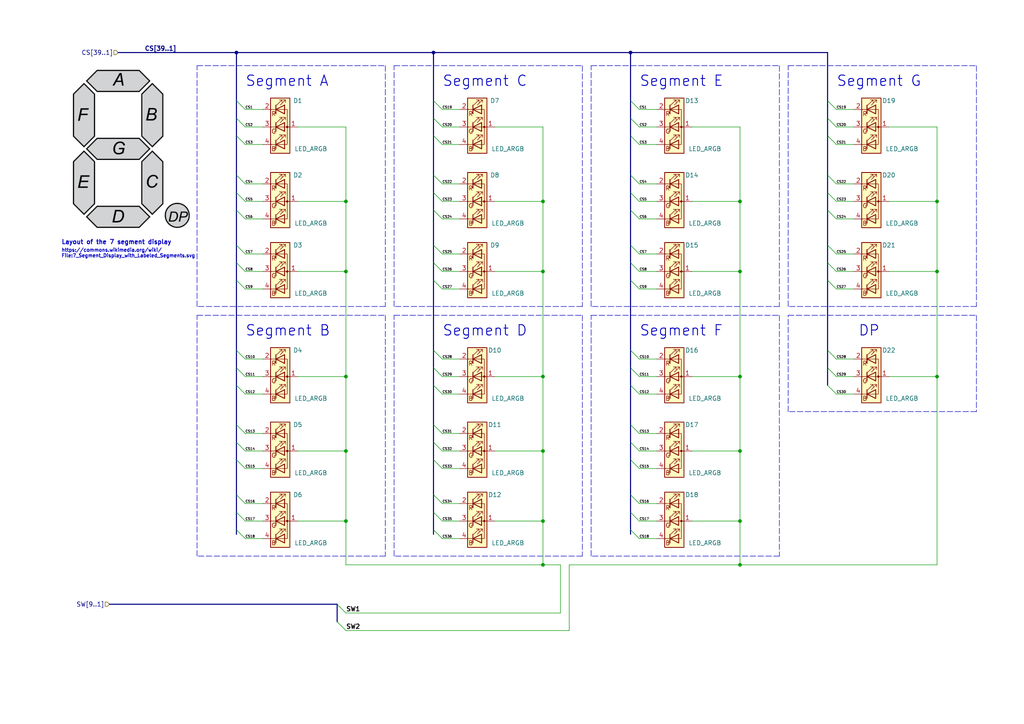
<source format=kicad_sch>
(kicad_sch (version 20211123) (generator eeschema)
  (paper "A4")
  (title_block (title "PMod RGB & Segment Display") (rev "v0.1") (company "James Horton") (comment 1 "interface, all LED's are designed to be indivdually addressable ") (comment 2 "This design is a 4 Digit Seven Segment Display made from RGB LED's, controlled using I2C") (comment 4 "Licensed Under CERN Open Hardware Licence Version 2 - Permissive"))
  (lib_symbols
    (symbol "Device:LED_ARGB" (pin_names (offset 0) hide)
      (property "Reference" "D" (at 0 9.398 0))
      (property "Value" "LED_ARGB" (at 0 -8.89 0))
      (symbol "LED_ARGB_0_0"
        (text "B" (at -1.905 -6.35 0) (effects (font (size 1.27 1.27))))
        (text "G" (at -1.905 -1.27 0) (effects (font (size 1.27 1.27))))
        (text "R" (at -1.905 3.81 0) (effects (font (size 1.27 1.27))))
      )
      (symbol "LED_ARGB_0_1"
        (polyline (pts (xy -1.27 -5.08) (xy -2.54 -5.08)))
        (polyline (pts (xy -1.27 -5.08) (xy 1.27 -5.08)))
        (polyline (pts (xy -1.27 -3.81) (xy -1.27 -6.35)) (stroke (width 0.254)))
        (polyline (pts (xy -1.27 0) (xy -2.54 0)))
        (polyline (pts (xy -1.27 1.27) (xy -1.27 -1.27)) (stroke (width 0.254)))
        (polyline (pts (xy -1.27 5.08) (xy -2.54 5.08)))
        (polyline (pts (xy -1.27 5.08) (xy 1.27 5.08)))
        (polyline (pts (xy -1.27 6.35) (xy -1.27 3.81)) (stroke (width 0.254)))
        (polyline (pts (xy 1.27 0) (xy -1.27 0)))
        (polyline (pts (xy 1.27 0) (xy 2.54 0)))
        (polyline (pts (xy -1.27 1.27) (xy -1.27 -1.27) (xy -1.27 -1.27)))
        (polyline (pts (xy -1.27 6.35) (xy -1.27 3.81) (xy -1.27 3.81)))
        (polyline (pts (xy 1.27 -5.08) (xy 2.032 -5.08) (xy 2.032 5.08) (xy 1.27 5.08)))
        (polyline (pts (xy 1.27 -3.81) (xy 1.27 -6.35) (xy -1.27 -5.08) (xy 1.27 -3.81)) (stroke (width 0.254)))
        (polyline (pts (xy 1.27 1.27) (xy 1.27 -1.27) (xy -1.27 0) (xy 1.27 1.27)) (stroke (width 0.254)))
        (polyline (pts (xy 1.27 6.35) (xy 1.27 3.81) (xy -1.27 5.08) (xy 1.27 6.35)) (stroke (width 0.254)))
        (polyline (pts (xy -1.016 -3.81) (xy 0.508 -2.286) (xy -0.254 -2.286) (xy 0.508 -2.286) (xy 0.508 -3.048)))
        (polyline (pts (xy -1.016 1.27) (xy 0.508 2.794) (xy -0.254 2.794) (xy 0.508 2.794) (xy 0.508 2.032)))
        (polyline (pts (xy -1.016 6.35) (xy 0.508 7.874) (xy -0.254 7.874) (xy 0.508 7.874) (xy 0.508 7.112)))
        (polyline (pts (xy 0 -3.81) (xy 1.524 -2.286) (xy 0.762 -2.286) (xy 1.524 -2.286) (xy 1.524 -3.048)))
        (polyline (pts (xy 0 1.27) (xy 1.524 2.794) (xy 0.762 2.794) (xy 1.524 2.794) (xy 1.524 2.032)))
        (polyline (pts (xy 0 6.35) (xy 1.524 7.874) (xy 0.762 7.874) (xy 1.524 7.874) (xy 1.524 7.112)))
        (rectangle (start 1.27 -1.27) (end 1.27 1.27))
        (rectangle (start 1.27 1.27) (end 1.27 1.27))
        (rectangle (start 1.27 3.81) (end 1.27 6.35))
        (rectangle (start 1.27 6.35) (end 1.27 6.35))
        (circle (center 2.032 0) (radius 0.254) (fill (type outline)))
        (rectangle (start 2.794 8.382) (end -2.794 -7.62) (stroke (width 0.254)) (fill (type background)))
      )
      (symbol "LED_ARGB_1_1"
        (pin passive line (at 5.08 0 180) (length 2.54) (name "A") (number "1"))
        (pin passive line (at -5.08 5.08 0) (length 2.54) (name "RK") (number "2"))
        (pin passive line (at -5.08 0 0) (length 2.54) (name "GK") (number "3"))
        (pin passive line (at -5.08 -5.08 0) (length 2.54) (name "BK") (number "4"))
      )
    )
  )
  (junction (at 214.63 78.74))
  (junction (at 271.78 109.22))
  (junction (at 157.48 163.83))
  (junction (at 157.48 151.13))
  (junction (at 271.78 78.74))
  (junction (at 214.63 151.13))
  (junction (at 214.63 163.83))
  (junction (at 100.33 130.81))
  (junction (at 214.63 130.81))
  (junction (at 214.63 58.42))
  (junction (at 157.48 109.22))
  (junction (at 100.33 109.22))
  (junction (at 100.33 151.13))
  (junction (at 157.48 130.81))
  (junction (at 157.48 78.74))
  (junction (at 182.88 15.24))
  (junction (at 125.73 15.24))
  (junction (at 157.48 58.42))
  (junction (at 271.78 58.42))
  (junction (at 68.58 15.24))
  (junction (at 214.63 109.22))
  (junction (at 100.33 58.42))
  (junction (at 100.33 78.74))
  (bus_entry (at 182.88 55.88) (size 2.54 2.54))
  (bus_entry (at 125.73 133.35) (size 2.54 2.54))
  (bus_entry (at 125.73 81.28) (size 2.54 2.54))
  (bus_entry (at 97.79 175.26) (size 2.54 2.54))
  (bus_entry (at 97.79 180.34) (size 2.54 2.54))
  (bus_entry (at 240.03 55.88) (size 2.54 2.54))
  (bus_entry (at 182.88 76.2) (size 2.54 2.54))
  (bus_entry (at 182.88 50.8) (size 2.54 2.54))
  (bus_entry (at 125.73 50.8) (size 2.54 2.54))
  (bus_entry (at 68.58 39.37) (size 2.54 2.54))
  (bus_entry (at 125.73 143.51) (size 2.54 2.54))
  (bus_entry (at 240.03 106.68) (size 2.54 2.54))
  (bus_entry (at 68.58 143.51) (size 2.54 2.54))
  (bus_entry (at 182.88 128.27) (size 2.54 2.54))
  (bus_entry (at 182.88 133.35) (size 2.54 2.54))
  (bus_entry (at 182.88 39.37) (size 2.54 2.54))
  (bus_entry (at 182.88 101.6) (size 2.54 2.54))
  (bus_entry (at 125.73 148.59) (size 2.54 2.54))
  (bus_entry (at 182.88 111.76) (size 2.54 2.54))
  (bus_entry (at 240.03 71.12) (size 2.54 2.54))
  (bus_entry (at 182.88 60.96) (size 2.54 2.54))
  (bus_entry (at 240.03 39.37) (size 2.54 2.54))
  (bus_entry (at 240.03 50.8) (size 2.54 2.54))
  (bus_entry (at 182.88 148.59) (size 2.54 2.54))
  (bus_entry (at 125.73 153.67) (size 2.54 2.54))
  (bus_entry (at 182.88 34.29) (size 2.54 2.54))
  (bus_entry (at 125.73 71.12) (size 2.54 2.54))
  (bus_entry (at 68.58 153.67) (size 2.54 2.54))
  (bus_entry (at 182.88 81.28) (size 2.54 2.54))
  (bus_entry (at 240.03 101.6) (size 2.54 2.54))
  (bus_entry (at 182.88 71.12) (size 2.54 2.54))
  (bus_entry (at 125.73 111.76) (size 2.54 2.54))
  (bus_entry (at 125.73 106.68) (size 2.54 2.54))
  (bus_entry (at 182.88 123.19) (size 2.54 2.54))
  (bus_entry (at 68.58 133.35) (size 2.54 2.54))
  (bus_entry (at 240.03 111.76) (size 2.54 2.54))
  (bus_entry (at 68.58 71.12) (size 2.54 2.54))
  (bus_entry (at 125.73 101.6) (size 2.54 2.54))
  (bus_entry (at 125.73 29.21) (size 2.54 2.54))
  (bus_entry (at 68.58 101.6) (size 2.54 2.54))
  (bus_entry (at 240.03 81.28) (size 2.54 2.54))
  (bus_entry (at 125.73 76.2) (size 2.54 2.54))
  (bus_entry (at 125.73 34.29) (size 2.54 2.54))
  (bus_entry (at 182.88 29.21) (size 2.54 2.54))
  (bus_entry (at 68.58 60.96) (size 2.54 2.54))
  (bus_entry (at 68.58 55.88) (size 2.54 2.54))
  (bus_entry (at 240.03 29.21) (size 2.54 2.54))
  (bus_entry (at 240.03 60.96) (size 2.54 2.54))
  (bus_entry (at 125.73 60.96) (size 2.54 2.54))
  (bus_entry (at 68.58 29.21) (size 2.54 2.54))
  (bus_entry (at 68.58 128.27) (size 2.54 2.54))
  (bus_entry (at 68.58 34.29) (size 2.54 2.54))
  (bus_entry (at 68.58 106.68) (size 2.54 2.54))
  (bus_entry (at 240.03 76.2) (size 2.54 2.54))
  (bus_entry (at 68.58 148.59) (size 2.54 2.54))
  (bus_entry (at 68.58 76.2) (size 2.54 2.54))
  (bus_entry (at 240.03 34.29) (size 2.54 2.54))
  (bus_entry (at 125.73 55.88) (size 2.54 2.54))
  (bus_entry (at 68.58 50.8) (size 2.54 2.54))
  (bus_entry (at 125.73 39.37) (size 2.54 2.54))
  (bus_entry (at 125.73 123.19) (size 2.54 2.54))
  (bus_entry (at 182.88 143.51) (size 2.54 2.54))
  (bus_entry (at 125.73 128.27) (size 2.54 2.54))
  (bus_entry (at 68.58 111.76) (size 2.54 2.54))
  (bus_entry (at 68.58 123.19) (size 2.54 2.54))
  (bus_entry (at 182.88 106.68) (size 2.54 2.54))
  (bus_entry (at 68.58 81.28) (size 2.54 2.54))
  (bus_entry (at 182.88 153.67) (size 2.54 2.54))
  (wire (pts (xy 200.66 109.22) (xy 214.63 109.22)))
  (wire (pts (xy 86.36 109.22) (xy 100.33 109.22)))
  (wire (pts (xy 242.57 36.83) (xy 247.65 36.83)))
  (bus (pts (xy 125.73 143.51) (xy 125.73 148.59)))
  (wire (pts (xy 71.12 73.66) (xy 76.2 73.66)))
  (wire (pts (xy 71.12 36.83) (xy 76.2 36.83)))
  (bus (pts (xy 68.58 123.19) (xy 68.58 128.27)))
  (polyline (pts (xy 171.45 88.9) (xy 171.45 19.05)))
  (wire (pts (xy 242.57 104.14) (xy 247.65 104.14)))
  (wire (pts (xy 185.42 104.14) (xy 190.5 104.14)))
  (wire (pts (xy 214.63 130.81) (xy 200.66 130.81)))
  (wire (pts (xy 128.27 156.21) (xy 133.35 156.21)))
  (bus (pts (xy 125.73 15.24) (xy 182.88 15.24)))
  (bus (pts (xy 240.03 50.8) (xy 240.03 55.88)))
  (wire (pts (xy 242.57 73.66) (xy 247.65 73.66)))
  (wire (pts (xy 128.27 78.74) (xy 133.35 78.74)))
  (wire (pts (xy 100.33 78.74) (xy 100.33 109.22)))
  (wire (pts (xy 157.48 130.81) (xy 157.48 151.13)))
  (wire (pts (xy 185.42 156.21) (xy 190.5 156.21)))
  (bus (pts (xy 125.73 55.88) (xy 125.73 60.96)))
  (wire (pts (xy 157.48 151.13) (xy 157.48 163.83)))
  (wire (pts (xy 242.57 41.91) (xy 247.65 41.91)))
  (wire (pts (xy 200.66 36.83) (xy 214.63 36.83)))
  (polyline (pts (xy 111.76 19.05) (xy 111.76 88.9)))
  (wire (pts (xy 257.81 78.74) (xy 271.78 78.74)))
  (polyline (pts (xy 283.21 119.38) (xy 228.6 119.38)))
  (bus (pts (xy 182.88 60.96) (xy 182.88 71.12)))
  (bus (pts (xy 125.73 71.12) (xy 125.73 76.2)))
  (bus (pts (xy 182.88 133.35) (xy 182.88 143.51)))
  (bus (pts (xy 68.58 15.24) (xy 125.73 15.24)))
  (wire (pts (xy 128.27 114.3) (xy 133.35 114.3)))
  (wire (pts (xy 71.12 78.74) (xy 76.2 78.74)))
  (wire (pts (xy 71.12 31.75) (xy 76.2 31.75)))
  (bus (pts (xy 182.88 148.59) (xy 182.88 153.67)))
  (bus (pts (xy 182.88 29.21) (xy 182.88 34.29)))
  (wire (pts (xy 143.51 36.83) (xy 157.48 36.83)))
  (bus (pts (xy 68.58 76.2) (xy 68.58 81.28)))
  (wire (pts (xy 128.27 31.75) (xy 133.35 31.75)))
  (wire (pts (xy 71.12 156.21) (xy 76.2 156.21)))
  (wire (pts (xy 185.42 146.05) (xy 190.5 146.05)))
  (bus (pts (xy 68.58 153.67) (xy 68.58 154.94)))
  (wire (pts (xy 185.42 53.34) (xy 190.5 53.34)))
  (polyline (pts (xy 171.45 161.29) (xy 171.45 91.44)))
  (wire (pts (xy 143.51 109.22) (xy 157.48 109.22)))
  (bus (pts (xy 68.58 111.76) (xy 68.58 123.19)))
  (wire (pts (xy 214.63 58.42) (xy 200.66 58.42)))
  (wire (pts (xy 242.57 58.42) (xy 247.65 58.42)))
  (wire (pts (xy 100.33 109.22) (xy 100.33 130.81)))
  (wire (pts (xy 185.42 73.66) (xy 190.5 73.66)))
  (bus (pts (xy 182.88 143.51) (xy 182.88 148.59)))
  (bus (pts (xy 182.88 106.68) (xy 182.88 111.76)))
  (wire (pts (xy 128.27 104.14) (xy 133.35 104.14)))
  (bus (pts (xy 182.88 50.8) (xy 182.88 55.88)))
  (wire (pts (xy 214.63 58.42) (xy 214.63 78.74)))
  (wire (pts (xy 128.27 151.13) (xy 133.35 151.13)))
  (wire (pts (xy 271.78 58.42) (xy 257.81 58.42)))
  (wire (pts (xy 242.57 31.75) (xy 247.65 31.75)))
  (bus (pts (xy 240.03 55.88) (xy 240.03 60.96)))
  (wire (pts (xy 185.42 58.42) (xy 190.5 58.42)))
  (wire (pts (xy 185.42 36.83) (xy 190.5 36.83)))
  (bus (pts (xy 68.58 29.21) (xy 68.58 34.29)))
  (wire (pts (xy 185.42 114.3) (xy 190.5 114.3)))
  (bus (pts (xy 68.58 39.37) (xy 68.58 50.8)))
  (bus (pts (xy 240.03 101.6) (xy 240.03 106.68)))
  (wire (pts (xy 271.78 109.22) (xy 271.78 163.83)))
  (wire (pts (xy 128.27 41.91) (xy 133.35 41.91)))
  (wire (pts (xy 128.27 125.73) (xy 133.35 125.73)))
  (wire (pts (xy 257.81 109.22) (xy 271.78 109.22)))
  (wire (pts (xy 185.42 41.91) (xy 190.5 41.91)))
  (polyline (pts (xy 114.3 88.9) (xy 114.3 19.05)))
  (wire (pts (xy 71.12 130.81) (xy 76.2 130.81)))
  (bus (pts (xy 68.58 81.28) (xy 68.58 101.6)))
  (wire (pts (xy 100.33 163.83) (xy 157.48 163.83)))
  (polyline (pts (xy 171.45 19.05) (xy 226.06 19.05)))
  (wire (pts (xy 71.12 114.3) (xy 76.2 114.3)))
  (polyline (pts (xy 226.06 91.44) (xy 226.06 161.29)))
  (wire (pts (xy 185.42 109.22) (xy 190.5 109.22)))
  (bus (pts (xy 125.73 148.59) (xy 125.73 153.67)))
  (bus (pts (xy 125.73 34.29) (xy 125.73 39.37)))
  (bus (pts (xy 182.88 15.24) (xy 240.03 15.24)))
  (polyline (pts (xy 57.15 91.44) (xy 111.76 91.44)))
  (polyline (pts (xy 228.6 19.05) (xy 283.21 19.05)))
  (polyline (pts (xy 228.6 119.38) (xy 228.6 91.44)))
  (bus (pts (xy 68.58 133.35) (xy 68.58 143.51)))
  (polyline (pts (xy 111.76 91.44) (xy 111.76 161.29)))
  (wire (pts (xy 157.48 58.42) (xy 143.51 58.42)))
  (bus (pts (xy 125.73 81.28) (xy 125.73 101.6)))
  (wire (pts (xy 157.48 130.81) (xy 143.51 130.81)))
  (bus (pts (xy 125.73 111.76) (xy 125.73 123.19)))
  (wire (pts (xy 71.12 58.42) (xy 76.2 58.42)))
  (polyline (pts (xy 228.6 91.44) (xy 283.21 91.44)))
  (bus (pts (xy 182.88 153.67) (xy 182.88 154.94)))
  (wire (pts (xy 143.51 78.74) (xy 157.48 78.74)))
  (wire (pts (xy 214.63 78.74) (xy 214.63 109.22)))
  (bus (pts (xy 31.75 175.26) (xy 97.79 175.26)))
  (wire (pts (xy 185.42 135.89) (xy 190.5 135.89)))
  (polyline (pts (xy 57.15 19.05) (xy 111.76 19.05)))
  (wire (pts (xy 86.36 151.13) (xy 100.33 151.13)))
  (wire (pts (xy 242.57 63.5) (xy 247.65 63.5)))
  (bus (pts (xy 240.03 15.24) (xy 240.03 29.21)))
  (bus (pts (xy 125.73 15.24) (xy 125.73 29.21)))
  (polyline (pts (xy 283.21 19.05) (xy 283.21 88.9)))
  (wire (pts (xy 71.12 146.05) (xy 76.2 146.05)))
  (bus (pts (xy 97.79 175.26) (xy 97.79 180.34)))
  (wire (pts (xy 271.78 36.83) (xy 271.78 58.42)))
  (wire (pts (xy 200.66 151.13) (xy 214.63 151.13)))
  (polyline (pts (xy 57.15 88.9) (xy 57.15 19.05)))
  (polyline (pts (xy 228.6 88.9) (xy 228.6 19.05)))
  (wire (pts (xy 242.57 53.34) (xy 247.65 53.34)))
  (bus (pts (xy 125.73 29.21) (xy 125.73 34.29)))
  (wire (pts (xy 200.66 78.74) (xy 214.63 78.74)))
  (bus (pts (xy 125.73 133.35) (xy 125.73 143.51)))
  (bus (pts (xy 182.88 76.2) (xy 182.88 81.28)))
  (wire (pts (xy 157.48 78.74) (xy 157.48 109.22)))
  (wire (pts (xy 143.51 151.13) (xy 157.48 151.13)))
  (bus (pts (xy 125.73 101.6) (xy 125.73 106.68)))
  (bus (pts (xy 125.73 153.67) (xy 125.73 154.94)))
  (wire (pts (xy 185.42 63.5) (xy 190.5 63.5)))
  (bus (pts (xy 68.58 148.59) (xy 68.58 153.67)))
  (bus (pts (xy 182.88 81.28) (xy 182.88 101.6)))
  (bus (pts (xy 125.73 50.8) (xy 125.73 55.88)))
  (bus (pts (xy 68.58 101.6) (xy 68.58 106.68)))
  (bus (pts (xy 125.73 123.19) (xy 125.73 128.27)))
  (bus (pts (xy 68.58 106.68) (xy 68.58 111.76)))
  (wire (pts (xy 157.48 36.83) (xy 157.48 58.42)))
  (bus (pts (xy 68.58 71.12) (xy 68.58 76.2)))
  (wire (pts (xy 128.27 73.66) (xy 133.35 73.66)))
  (wire (pts (xy 214.63 36.83) (xy 214.63 58.42)))
  (bus (pts (xy 182.88 39.37) (xy 182.88 50.8)))
  (bus (pts (xy 182.88 123.19) (xy 182.88 128.27)))
  (polyline (pts (xy 283.21 91.44) (xy 283.21 119.38)))
  (wire (pts (xy 157.48 109.22) (xy 157.48 130.81)))
  (polyline (pts (xy 168.91 91.44) (xy 168.91 161.29)))
  (bus (pts (xy 182.88 15.24) (xy 182.88 29.21)))
  (wire (pts (xy 100.33 177.8) (xy 162.56 177.8)))
  (wire (pts (xy 271.78 78.74) (xy 271.78 109.22)))
  (wire (pts (xy 157.48 163.83) (xy 162.56 163.83)))
  (polyline (pts (xy 226.06 88.9) (xy 171.45 88.9)))
  (polyline (pts (xy 114.3 19.05) (xy 168.91 19.05)))
  (wire (pts (xy 71.12 63.5) (xy 76.2 63.5)))
  (wire (pts (xy 71.12 135.89) (xy 76.2 135.89)))
  (wire (pts (xy 100.33 130.81) (xy 86.36 130.81)))
  (polyline (pts (xy 114.3 161.29) (xy 114.3 91.44)))
  (bus (pts (xy 125.73 76.2) (xy 125.73 81.28)))
  (wire (pts (xy 128.27 58.42) (xy 133.35 58.42)))
  (polyline (pts (xy 111.76 161.29) (xy 57.15 161.29)))
  (wire (pts (xy 214.63 151.13) (xy 214.63 163.83)))
  (wire (pts (xy 162.56 163.83) (xy 162.56 177.8)))
  (wire (pts (xy 257.81 36.83) (xy 271.78 36.83)))
  (wire (pts (xy 185.42 31.75) (xy 190.5 31.75)))
  (bus (pts (xy 68.58 143.51) (xy 68.58 148.59)))
  (bus (pts (xy 240.03 29.21) (xy 240.03 34.29)))
  (wire (pts (xy 214.63 130.81) (xy 214.63 151.13)))
  (wire (pts (xy 86.36 36.83) (xy 100.33 36.83)))
  (wire (pts (xy 185.42 125.73) (xy 190.5 125.73)))
  (wire (pts (xy 100.33 36.83) (xy 100.33 58.42)))
  (bus (pts (xy 125.73 60.96) (xy 125.73 71.12)))
  (bus (pts (xy 240.03 39.37) (xy 240.03 50.8)))
  (bus (pts (xy 240.03 76.2) (xy 240.03 81.28)))
  (wire (pts (xy 128.27 135.89) (xy 133.35 135.89)))
  (wire (pts (xy 86.36 78.74) (xy 100.33 78.74)))
  (wire (pts (xy 214.63 109.22) (xy 214.63 130.81)))
  (wire (pts (xy 185.42 83.82) (xy 190.5 83.82)))
  (polyline (pts (xy 168.91 19.05) (xy 168.91 88.9)))
  (wire (pts (xy 128.27 36.83) (xy 133.35 36.83)))
  (bus (pts (xy 182.88 71.12) (xy 182.88 76.2)))
  (bus (pts (xy 182.88 111.76) (xy 182.88 123.19)))
  (wire (pts (xy 71.12 151.13) (xy 76.2 151.13)))
  (bus (pts (xy 182.88 128.27) (xy 182.88 133.35)))
  (bus (pts (xy 68.58 15.24) (xy 68.58 29.21)))
  (bus (pts (xy 68.58 55.88) (xy 68.58 60.96)))
  (wire (pts (xy 271.78 58.42) (xy 271.78 78.74)))
  (bus (pts (xy 182.88 101.6) (xy 182.88 106.68)))
  (wire (pts (xy 242.57 114.3) (xy 247.65 114.3)))
  (wire (pts (xy 185.42 151.13) (xy 190.5 151.13)))
  (wire (pts (xy 71.12 125.73) (xy 76.2 125.73)))
  (wire (pts (xy 100.33 163.83) (xy 100.33 151.13)))
  (wire (pts (xy 165.1 182.88) (xy 165.1 163.83)))
  (wire (pts (xy 71.12 83.82) (xy 76.2 83.82)))
  (wire (pts (xy 165.1 163.83) (xy 214.63 163.83)))
  (wire (pts (xy 100.33 130.81) (xy 100.33 151.13)))
  (wire (pts (xy 242.57 78.74) (xy 247.65 78.74)))
  (bus (pts (xy 34.29 15.24) (xy 68.58 15.24)))
  (polyline (pts (xy 283.21 88.9) (xy 228.6 88.9)))
  (bus (pts (xy 182.88 55.88) (xy 182.88 60.96)))
  (wire (pts (xy 128.27 130.81) (xy 133.35 130.81)))
  (bus (pts (xy 240.03 34.29) (xy 240.03 39.37)))
  (polyline (pts (xy 114.3 91.44) (xy 168.91 91.44)))
  (bus (pts (xy 125.73 128.27) (xy 125.73 133.35)))
  (wire (pts (xy 128.27 53.34) (xy 133.35 53.34)))
  (wire (pts (xy 128.27 63.5) (xy 133.35 63.5)))
  (bus (pts (xy 240.03 60.96) (xy 240.03 71.12)))
  (polyline (pts (xy 168.91 88.9) (xy 114.3 88.9)))
  (bus (pts (xy 240.03 81.28) (xy 240.03 101.6)))
  (polyline (pts (xy 111.76 88.9) (xy 57.15 88.9)))
  (wire (pts (xy 214.63 163.83) (xy 271.78 163.83)))
  (polyline (pts (xy 226.06 161.29) (xy 171.45 161.29)))
  (bus (pts (xy 125.73 106.68) (xy 125.73 111.76)))
  (wire (pts (xy 242.57 109.22) (xy 247.65 109.22)))
  (wire (pts (xy 71.12 41.91) (xy 76.2 41.91)))
  (polyline (pts (xy 171.45 91.44) (xy 226.06 91.44)))
  (polyline (pts (xy 168.91 161.29) (xy 114.3 161.29)))
  (polyline (pts (xy 57.15 161.29) (xy 57.15 91.44)))
  (bus (pts (xy 125.73 39.37) (xy 125.73 50.8)))
  (wire (pts (xy 128.27 146.05) (xy 133.35 146.05)))
  (bus (pts (xy 68.58 50.8) (xy 68.58 55.88)))
  (bus (pts (xy 240.03 106.68) (xy 240.03 111.76)))
  (wire (pts (xy 185.42 130.81) (xy 190.5 130.81)))
  (polyline (pts (xy 226.06 19.05) (xy 226.06 88.9)))
  (wire (pts (xy 128.27 109.22) (xy 133.35 109.22)))
  (wire (pts (xy 157.48 58.42) (xy 157.48 78.74)))
  (bus (pts (xy 68.58 34.29) (xy 68.58 39.37)))
  (wire (pts (xy 242.57 83.82) (xy 247.65 83.82)))
  (wire (pts (xy 185.42 78.74) (xy 190.5 78.74)))
  (wire (pts (xy 100.33 58.42) (xy 100.33 78.74)))
  (wire (pts (xy 71.12 53.34) (xy 76.2 53.34)))
  (bus (pts (xy 68.58 128.27) (xy 68.58 133.35)))
  (bus (pts (xy 240.03 71.12) (xy 240.03 76.2)))
  (wire (pts (xy 71.12 104.14) (xy 76.2 104.14)))
  (wire (pts (xy 128.27 83.82) (xy 133.35 83.82)))
  (wire (pts (xy 71.12 109.22) (xy 76.2 109.22)))
  (wire (pts (xy 100.33 58.42) (xy 86.36 58.42)))
  (bus (pts (xy 182.88 34.29) (xy 182.88 39.37)))
  (wire (pts (xy 100.33 182.88) (xy 165.1 182.88)))
  (bus (pts (xy 68.58 60.96) (xy 68.58 71.12)))
  (image (at 38.1 43.18))
  (text "https://commons.wikimedia.org/wiki/\nFile:7_Segment_Display_with_Labeled_Segments.svg" (at 17.78 74.93 0) (effects (font (size 1 1) bold) (justify left bottom)))
  (text "Segment F" (at 185.42 97.79 0) (effects (font (size 3 3) (thickness 0.254) bold) (justify left bottom)))
  (text "Segment D" (at 128.27 97.79 0) (effects (font (size 3 3) (thickness 0.254) bold) (justify left bottom)))
  (text "Segment G" (at 242.57 25.4 0) (effects (font (size 3 3) (thickness 0.254) bold) (justify left bottom)))
  (text "Segment E" (at 185.42 25.4 0) (effects (font (size 3 3) (thickness 0.254) bold) (justify left bottom)))
  (text "Segment A" (at 71.12 25.4 0) (effects (font (size 3 3) (thickness 0.254) bold) (justify left bottom)))
  (text "DP\n" (at 248.92 97.79 0) (effects (font (size 3 3) (thickness 0.254) bold) (justify left bottom)))
  (text "Layout of the 7 segment display" (at 17.78 71.12 0) (effects (font (size 1.27 1.27) bold) (justify left bottom)))
  (text "Segment C" (at 128.27 25.4 0) (effects (font (size 3 3) (thickness 0.254) bold) (justify left bottom)))
  (text "Segment B" (at 71.12 97.79 0) (effects (font (size 3 3) (thickness 0.254) bold) (justify left bottom)))
  (label "SW2" (at 100.33 182.88 0) (effects (font bold)))
  (label "CS9" (at 71.12 83.82 0) (effects (font (size 0.7 0.7) bold)))
  (label "CS[39..1]" (at 41.91 15.24 0) (effects (font bold)))
  (label "CS17" (at 71.12 151.13 0) (effects (font (size 0.7 0.7) bold)))
  (label "CS14" (at 71.12 130.81 0) (effects (font (size 0.7 0.7) bold)))
  (label "CS1" (at 185.42 31.75 0) (effects (font (size 0.7 0.7) bold)))
  (label "CS26" (at 128.27 78.74 0) (effects (font (size 0.7 0.7) bold)))
  (label "CS8" (at 71.12 78.74 0) (effects (font (size 0.7 0.7) bold)))
  (label "CS9" (at 185.42 83.82 0) (effects (font (size 0.7 0.7) bold)))
  (label "CS12" (at 185.42 114.3 0) (effects (font (size 0.7 0.7) bold)))
  (label "CS26" (at 242.57 78.74 0) (effects (font (size 0.7 0.7) bold)))
  (label "CS27" (at 242.57 83.82 0) (effects (font (size 0.7 0.7) bold)))
  (label "CS4" (at 71.12 53.34 0) (effects (font (size 0.7 0.7) bold)))
  (label "CS13" (at 71.12 125.73 0) (effects (font (size 0.7 0.7) bold)))
  (label "CS14" (at 185.42 130.81 0) (effects (font (size 0.7 0.7) bold)))
  (label "CS4" (at 185.42 53.34 0) (effects (font (size 0.7 0.7) bold)))
  (label "CS21" (at 242.57 41.91 0) (effects (font (size 0.7 0.7) bold)))
  (label "CS27" (at 128.27 83.82 0) (effects (font (size 0.7 0.7) bold)))
  (label "CS23" (at 128.27 58.42 0) (effects (font (size 0.7 0.7) bold)))
  (label "CS29" (at 128.27 109.22 0) (effects (font (size 0.7 0.7) bold)))
  (label "CS24" (at 128.27 63.5 0) (effects (font (size 0.7 0.7) bold)))
  (label "CS34" (at 128.27 146.05 0) (effects (font (size 0.7 0.7) bold)))
  (label "CS32" (at 128.27 130.81 0) (effects (font (size 0.7 0.7) bold)))
  (label "CS23" (at 242.57 58.42 0) (effects (font (size 0.7 0.7) bold)))
  (label "CS3" (at 71.12 41.91 0) (effects (font (size 0.7 0.7) bold)))
  (label "CS36" (at 128.27 156.21 0) (effects (font (size 0.7 0.7) bold)))
  (label "CS28" (at 242.57 104.14 0) (effects (font (size 0.7 0.7) bold)))
  (label "CS28" (at 128.27 104.14 0) (effects (font (size 0.7 0.7) bold)))
  (label "CS18" (at 71.12 156.21 0) (effects (font (size 0.7 0.7) bold)))
  (label "CS11" (at 185.42 109.22 0) (effects (font (size 0.7 0.7) bold)))
  (label "CS16" (at 71.12 146.05 0) (effects (font (size 0.7 0.7) bold)))
  (label "CS7" (at 71.12 73.66 0) (effects (font (size 0.7 0.7) bold)))
  (label "CS7" (at 185.42 73.66 0) (effects (font (size 0.7 0.7) bold)))
  (label "CS22" (at 242.57 53.34 0) (effects (font (size 0.7 0.7) bold)))
  (label "CS1" (at 71.12 31.75 0) (effects (font (size 0.7 0.7) bold)))
  (label "CS19" (at 128.27 31.75 0) (effects (font (size 0.7 0.7) bold)))
  (label "CS15" (at 71.12 135.89 0) (effects (font (size 0.7 0.7) bold)))
  (label "CS21" (at 128.27 41.91 0) (effects (font (size 0.7 0.7) bold)))
  (label "CS12" (at 71.12 114.3 0) (effects (font (size 0.7 0.7) bold)))
  (label "CS2" (at 185.42 36.83 0) (effects (font (size 0.7 0.7) bold)))
  (label "CS30" (at 242.57 114.3 0) (effects (font (size 0.7 0.7) bold)))
  (label "CS30" (at 128.27 114.3 0) (effects (font (size 0.7 0.7) bold)))
  (label "CS35" (at 128.27 151.13 0) (effects (font (size 0.7 0.7) bold)))
  (label "CS20" (at 128.27 36.83 0) (effects (font (size 0.7 0.7) bold)))
  (label "CS11" (at 71.12 109.22 0) (effects (font (size 0.7 0.7) bold)))
  (label "CS2" (at 71.12 36.83 0) (effects (font (size 0.7 0.7) bold)))
  (label "CS8" (at 185.42 78.74 0) (effects (font (size 0.7 0.7) bold)))
  (label "CS5" (at 71.12 58.42 0) (effects (font (size 0.7 0.7) bold)))
  (label "SW1" (at 100.33 177.8 0) (effects (font bold)))
  (label "CS10" (at 185.42 104.14 0) (effects (font (size 0.7 0.7) bold)))
  (label "CS3" (at 185.42 41.91 0) (effects (font (size 0.7 0.7) bold)))
  (label "CS17" (at 185.42 151.13 0) (effects (font (size 0.7 0.7) bold)))
  (label "CS31" (at 128.27 125.73 0) (effects (font (size 0.7 0.7) bold)))
  (label "CS29" (at 242.57 109.22 0) (effects (font (size 0.7 0.7) bold)))
  (label "CS5" (at 185.42 58.42 0) (effects (font (size 0.7 0.7) bold)))
  (label "CS25" (at 242.57 73.66 0) (effects (font (size 0.7 0.7) bold)))
  (label "CS33" (at 128.27 135.89 0) (effects (font (size 0.7 0.7) bold)))
  (label "CS22" (at 128.27 53.34 0) (effects (font (size 0.7 0.7) bold)))
  (label "CS16" (at 185.42 146.05 0) (effects (font (size 0.7 0.7) bold)))
  (label "CS15" (at 185.42 135.89 0) (effects (font (size 0.7 0.7) bold)))
  (label "CS18" (at 185.42 156.21 0) (effects (font (size 0.7 0.7) bold)))
  (label "CS20" (at 242.57 36.83 0) (effects (font (size 0.7 0.7) bold)))
  (label "CS13" (at 185.42 125.73 0) (effects (font (size 0.7 0.7) bold)))
  (label "CS6" (at 185.42 63.5 0) (effects (font (size 0.7 0.7) bold)))
  (label "CS25" (at 128.27 73.66 0) (effects (font (size 0.7 0.7) bold)))
  (label "CS24" (at 242.57 63.5 0) (effects (font (size 0.7 0.7) bold)))
  (label "CS6" (at 71.12 63.5 0) (effects (font (size 0.7 0.7) bold)))
  (label "CS10" (at 71.12 104.14 0) (effects (font (size 0.7 0.7) bold)))
  (label "CS19" (at 242.57 31.75 0) (effects (font (size 0.7 0.7) bold)))
  (hierarchical_label "SW[9..1]" (shape input) (at 31.75 175.26 180))
  (hierarchical_label "CS[39..1]" (shape input) (at 34.29 15.24 180))
  (symbol (lib_id "Device:LED_ARGB") (at 252.73 78.74 0) (unit 1)
    (property "Reference" "D21" (at 257.81 71.12 0))
    (property "Value" "LED_ARGB" (at 261.62 85.09 0))
    (property "Footprint" "jjh:SX-0402-RGB" (effects hide))
  )
  (symbol (lib_id "Device:LED_ARGB") (at 252.73 58.42 0) (unit 1)
    (property "Reference" "D20" (at 257.81 50.8 0))
    (property "Value" "LED_ARGB" (at 261.62 64.77 0))
    (property "Footprint" "jjh:SX-0402-RGB" (effects hide))
  )
  (symbol (lib_id "Device:LED_ARGB") (at 252.73 109.22 0) (unit 1)
    (property "Reference" "D22" (at 257.81 101.6 0))
    (property "Value" "LED_ARGB" (at 261.62 115.57 0))
    (property "Footprint" "jjh:SX-0402-RGB" (effects hide))
  )
  (symbol (lib_id "Device:LED_ARGB") (at 138.43 109.22 0) (unit 1)
    (property "Reference" "D10" (at 143.51 101.6 0))
    (property "Value" "LED_ARGB" (at 147.32 115.57 0))
    (property "Footprint" "jjh:SX-0402-RGB" (effects hide))
  )
  (symbol (lib_id "Device:LED_ARGB") (at 138.43 78.74 0) (unit 1)
    (property "Reference" "D9" (at 143.51 71.12 0))
    (property "Value" "LED_ARGB" (at 147.32 85.09 0))
    (property "Footprint" "jjh:SX-0402-RGB" (effects hide))
  )
  (symbol (lib_id "Device:LED_ARGB") (at 138.43 151.13 0) (unit 1)
    (property "Reference" "D12" (at 143.51 143.51 0))
    (property "Value" "LED_ARGB" (at 147.32 157.48 0))
    (property "Footprint" "jjh:SX-0402-RGB" (effects hide))
  )
  (symbol (lib_id "Device:LED_ARGB") (at 81.28 78.74 0) (unit 1)
    (property "Reference" "D3" (at 86.36 71.12 0))
    (property "Value" "LED_ARGB" (at 90.17 85.09 0))
    (property "Footprint" "jjh:SX-0402-RGB" (effects hide))
  )
  (symbol (lib_id "Device:LED_ARGB") (at 195.58 36.83 0) (unit 1)
    (property "Reference" "D13" (at 200.66 29.21 0))
    (property "Value" "LED_ARGB" (at 204.47 43.18 0))
    (property "Footprint" "jjh:SX-0402-RGB" (effects hide))
  )
  (symbol (lib_id "Device:LED_ARGB") (at 195.58 151.13 0) (unit 1)
    (property "Reference" "D18" (at 200.66 143.51 0))
    (property "Value" "LED_ARGB" (at 204.47 157.48 0))
    (property "Footprint" "jjh:SX-0402-RGB" (effects hide))
  )
  (symbol (lib_id "Device:LED_ARGB") (at 81.28 109.22 0) (unit 1)
    (property "Reference" "D4" (at 86.36 101.6 0))
    (property "Value" "LED_ARGB" (at 90.17 115.57 0))
    (property "Footprint" "jjh:SX-0402-RGB" (effects hide))
  )
  (symbol (lib_id "Device:LED_ARGB") (at 81.28 151.13 0) (unit 1)
    (property "Reference" "D6" (at 86.36 143.51 0))
    (property "Value" "LED_ARGB" (at 90.17 157.48 0))
    (property "Footprint" "jjh:SX-0402-RGB" (effects hide))
  )
  (symbol (lib_id "Device:LED_ARGB") (at 81.28 58.42 0) (unit 1)
    (property "Reference" "D2" (at 86.36 50.8 0))
    (property "Value" "LED_ARGB" (at 90.17 64.77 0))
    (property "Footprint" "jjh:SX-0402-RGB" (effects hide))
  )
  (symbol (lib_id "Device:LED_ARGB") (at 81.28 36.83 0) (unit 1)
    (property "Reference" "D1" (at 86.36 29.21 0))
    (property "Value" "LED_ARGB" (at 90.17 43.18 0))
    (property "Footprint" "jjh:SX-0402-RGB" (effects hide))
  )
  (symbol (lib_id "Device:LED_ARGB") (at 138.43 130.81 0) (unit 1)
    (property "Reference" "D11" (at 143.51 123.19 0))
    (property "Value" "LED_ARGB" (at 147.32 137.16 0))
    (property "Footprint" "jjh:SX-0402-RGB" (effects hide))
  )
  (symbol (lib_id "Device:LED_ARGB") (at 138.43 58.42 0) (unit 1)
    (property "Reference" "D8" (at 143.51 50.8 0))
    (property "Value" "LED_ARGB" (at 147.32 64.77 0))
    (property "Footprint" "jjh:SX-0402-RGB" (effects hide))
  )
  (symbol (lib_id "Device:LED_ARGB") (at 195.58 130.81 0) (unit 1)
    (property "Reference" "D17" (at 200.66 123.19 0))
    (property "Value" "LED_ARGB" (at 204.47 137.16 0))
    (property "Footprint" "jjh:SX-0402-RGB" (effects hide))
  )
  (symbol (lib_id "Device:LED_ARGB") (at 195.58 78.74 0) (unit 1)
    (property "Reference" "D15" (at 200.66 71.12 0))
    (property "Value" "LED_ARGB" (at 204.47 85.09 0))
    (property "Footprint" "jjh:SX-0402-RGB" (effects hide))
  )
  (symbol (lib_id "Device:LED_ARGB") (at 81.28 130.81 0) (unit 1)
    (property "Reference" "D5" (at 86.36 123.19 0))
    (property "Value" "LED_ARGB" (at 90.17 137.16 0))
    (property "Footprint" "jjh:SX-0402-RGB" (effects hide))
  )
  (symbol (lib_id "Device:LED_ARGB") (at 252.73 36.83 0) (unit 1)
    (property "Reference" "D19" (at 257.81 29.21 0))
    (property "Value" "LED_ARGB" (at 261.62 43.18 0))
    (property "Footprint" "jjh:SX-0402-RGB" (effects hide))
  )
  (symbol (lib_id "Device:LED_ARGB") (at 138.43 36.83 0) (unit 1)
    (property "Reference" "D7" (at 143.51 29.21 0))
    (property "Value" "LED_ARGB" (at 147.32 43.18 0))
    (property "Footprint" "jjh:SX-0402-RGB" (effects hide))
  )
  (symbol (lib_id "Device:LED_ARGB") (at 195.58 109.22 0) (unit 1)
    (property "Reference" "D16" (at 200.66 101.6 0))
    (property "Value" "LED_ARGB" (at 204.47 115.57 0))
    (property "Footprint" "jjh:SX-0402-RGB" (effects hide))
  )
  (symbol (lib_id "Device:LED_ARGB") (at 195.58 58.42 0) (unit 1)
    (property "Reference" "D14" (at 200.66 50.8 0))
    (property "Value" "LED_ARGB" (at 204.47 64.77 0))
    (property "Footprint" "jjh:SX-0402-RGB" (effects hide))
  )
)
</source>
